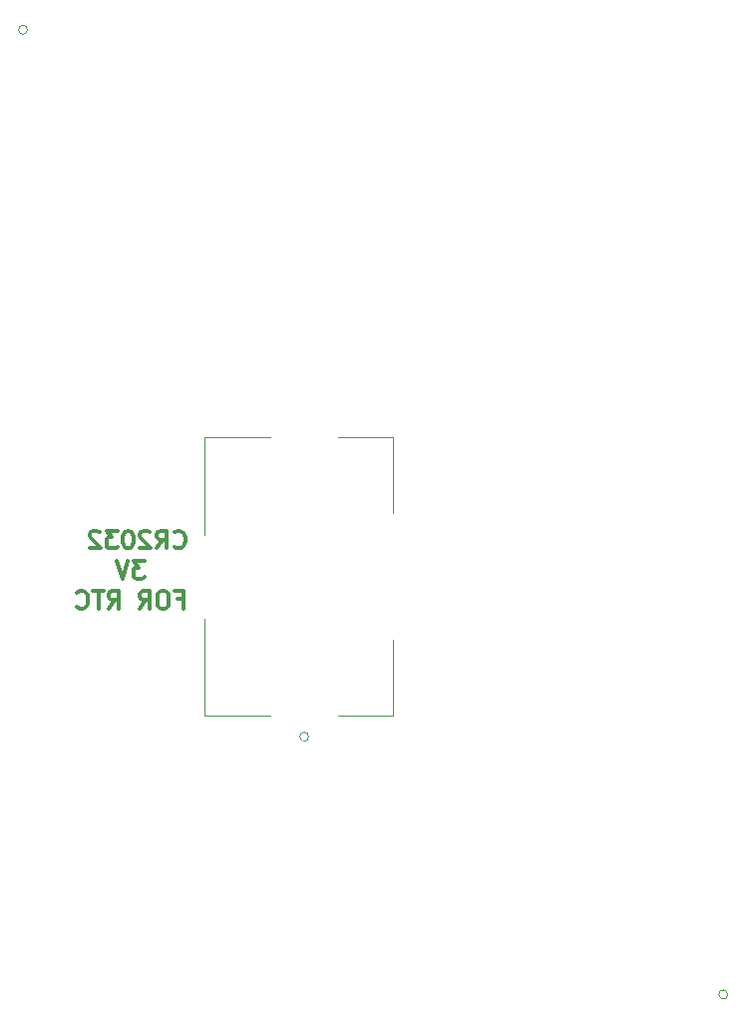
<source format=gbo>
%TF.GenerationSoftware,KiCad,Pcbnew,(5.1.8)-1*%
%TF.CreationDate,2022-01-07T12:39:40-05:00*%
%TF.ProjectId,OCE_L,4f43455f-4c2e-46b6-9963-61645f706362,rev?*%
%TF.SameCoordinates,Original*%
%TF.FileFunction,Legend,Bot*%
%TF.FilePolarity,Positive*%
%FSLAX46Y46*%
G04 Gerber Fmt 4.6, Leading zero omitted, Abs format (unit mm)*
G04 Created by KiCad (PCBNEW (5.1.8)-1) date 2022-01-07 12:39:40*
%MOMM*%
%LPD*%
G01*
G04 APERTURE LIST*
%ADD10C,0.300000*%
%ADD11C,0.120000*%
%ADD12C,0.150000*%
%ADD13O,2.000000X5.000000*%
%ADD14C,1.308000*%
%ADD15C,1.208000*%
%ADD16O,1.700000X1.700000*%
%ADD17R,1.700000X1.700000*%
%ADD18C,1.524000*%
%ADD19C,1.397000*%
%ADD20C,1.549400*%
%ADD21C,3.759200*%
%ADD22C,2.108200*%
%ADD23O,1.600000X1.600000*%
%ADD24R,1.600000X1.600000*%
%ADD25C,1.219200*%
%ADD26C,17.780001*%
%ADD27R,5.080000X2.794000*%
%ADD28C,1.803400*%
G04 APERTURE END LIST*
D10*
X71024285Y-96410714D02*
X71095714Y-96482142D01*
X71310000Y-96553571D01*
X71452857Y-96553571D01*
X71667142Y-96482142D01*
X71810000Y-96339285D01*
X71881428Y-96196428D01*
X71952857Y-95910714D01*
X71952857Y-95696428D01*
X71881428Y-95410714D01*
X71810000Y-95267857D01*
X71667142Y-95125000D01*
X71452857Y-95053571D01*
X71310000Y-95053571D01*
X71095714Y-95125000D01*
X71024285Y-95196428D01*
X69524285Y-96553571D02*
X70024285Y-95839285D01*
X70381428Y-96553571D02*
X70381428Y-95053571D01*
X69810000Y-95053571D01*
X69667142Y-95125000D01*
X69595714Y-95196428D01*
X69524285Y-95339285D01*
X69524285Y-95553571D01*
X69595714Y-95696428D01*
X69667142Y-95767857D01*
X69810000Y-95839285D01*
X70381428Y-95839285D01*
X68952857Y-95196428D02*
X68881428Y-95125000D01*
X68738571Y-95053571D01*
X68381428Y-95053571D01*
X68238571Y-95125000D01*
X68167142Y-95196428D01*
X68095714Y-95339285D01*
X68095714Y-95482142D01*
X68167142Y-95696428D01*
X69024285Y-96553571D01*
X68095714Y-96553571D01*
X67167142Y-95053571D02*
X67024285Y-95053571D01*
X66881428Y-95125000D01*
X66810000Y-95196428D01*
X66738571Y-95339285D01*
X66667142Y-95625000D01*
X66667142Y-95982142D01*
X66738571Y-96267857D01*
X66810000Y-96410714D01*
X66881428Y-96482142D01*
X67024285Y-96553571D01*
X67167142Y-96553571D01*
X67310000Y-96482142D01*
X67381428Y-96410714D01*
X67452857Y-96267857D01*
X67524285Y-95982142D01*
X67524285Y-95625000D01*
X67452857Y-95339285D01*
X67381428Y-95196428D01*
X67310000Y-95125000D01*
X67167142Y-95053571D01*
X66167142Y-95053571D02*
X65238571Y-95053571D01*
X65738571Y-95625000D01*
X65524285Y-95625000D01*
X65381428Y-95696428D01*
X65310000Y-95767857D01*
X65238571Y-95910714D01*
X65238571Y-96267857D01*
X65310000Y-96410714D01*
X65381428Y-96482142D01*
X65524285Y-96553571D01*
X65952857Y-96553571D01*
X66095714Y-96482142D01*
X66167142Y-96410714D01*
X64667142Y-95196428D02*
X64595714Y-95125000D01*
X64452857Y-95053571D01*
X64095714Y-95053571D01*
X63952857Y-95125000D01*
X63881428Y-95196428D01*
X63810000Y-95339285D01*
X63810000Y-95482142D01*
X63881428Y-95696428D01*
X64738571Y-96553571D01*
X63810000Y-96553571D01*
X68452857Y-97603571D02*
X67524285Y-97603571D01*
X68024285Y-98175000D01*
X67810000Y-98175000D01*
X67667142Y-98246428D01*
X67595714Y-98317857D01*
X67524285Y-98460714D01*
X67524285Y-98817857D01*
X67595714Y-98960714D01*
X67667142Y-99032142D01*
X67810000Y-99103571D01*
X68238571Y-99103571D01*
X68381428Y-99032142D01*
X68452857Y-98960714D01*
X67095714Y-97603571D02*
X66595714Y-99103571D01*
X66095714Y-97603571D01*
X71274285Y-100867857D02*
X71774285Y-100867857D01*
X71774285Y-101653571D02*
X71774285Y-100153571D01*
X71060000Y-100153571D01*
X70202857Y-100153571D02*
X69917142Y-100153571D01*
X69774285Y-100225000D01*
X69631428Y-100367857D01*
X69560000Y-100653571D01*
X69560000Y-101153571D01*
X69631428Y-101439285D01*
X69774285Y-101582142D01*
X69917142Y-101653571D01*
X70202857Y-101653571D01*
X70345714Y-101582142D01*
X70488571Y-101439285D01*
X70560000Y-101153571D01*
X70560000Y-100653571D01*
X70488571Y-100367857D01*
X70345714Y-100225000D01*
X70202857Y-100153571D01*
X68060000Y-101653571D02*
X68560000Y-100939285D01*
X68917142Y-101653571D02*
X68917142Y-100153571D01*
X68345714Y-100153571D01*
X68202857Y-100225000D01*
X68131428Y-100296428D01*
X68060000Y-100439285D01*
X68060000Y-100653571D01*
X68131428Y-100796428D01*
X68202857Y-100867857D01*
X68345714Y-100939285D01*
X68917142Y-100939285D01*
X65417142Y-101653571D02*
X65917142Y-100939285D01*
X66274285Y-101653571D02*
X66274285Y-100153571D01*
X65702857Y-100153571D01*
X65560000Y-100225000D01*
X65488571Y-100296428D01*
X65417142Y-100439285D01*
X65417142Y-100653571D01*
X65488571Y-100796428D01*
X65560000Y-100867857D01*
X65702857Y-100939285D01*
X66274285Y-100939285D01*
X64988571Y-100153571D02*
X64131428Y-100153571D01*
X64560000Y-101653571D02*
X64560000Y-100153571D01*
X62774285Y-101510714D02*
X62845714Y-101582142D01*
X63060000Y-101653571D01*
X63202857Y-101653571D01*
X63417142Y-101582142D01*
X63560000Y-101439285D01*
X63631428Y-101296428D01*
X63702857Y-101010714D01*
X63702857Y-100796428D01*
X63631428Y-100510714D01*
X63560000Y-100367857D01*
X63417142Y-100225000D01*
X63202857Y-100153571D01*
X63060000Y-100153571D01*
X62845714Y-100225000D01*
X62774285Y-100296428D01*
D11*
%TO.C,J9*%
X58547000Y-52558010D02*
G75*
G03*
X58547000Y-52558010I-381000J0D01*
G01*
%TO.C,B1*%
X82424001Y-112522000D02*
G75*
G03*
X82424001Y-112522000I-381000J0D01*
G01*
X89535000Y-104311557D02*
X89535000Y-110744000D01*
X73533000Y-95377888D02*
X73533000Y-87122000D01*
X84915741Y-87122000D02*
X89535000Y-87122000D01*
X79170261Y-110744000D02*
X73533000Y-110744000D01*
X89535000Y-110744000D02*
X84915741Y-110744000D01*
X89535000Y-87122000D02*
X89535000Y-93554443D01*
X73533000Y-87122000D02*
X79170261Y-87122000D01*
X73533000Y-110744000D02*
X73533000Y-102488112D01*
%TO.C,J1*%
X117997600Y-134391400D02*
G75*
G03*
X117997600Y-134391400I-381000J0D01*
G01*
%TO.C,B1*%
D12*
X81971572Y-98528238D02*
X82019191Y-98671095D01*
X82066810Y-98718714D01*
X82162048Y-98766333D01*
X82304905Y-98766333D01*
X82400143Y-98718714D01*
X82447762Y-98671095D01*
X82495381Y-98575857D01*
X82495381Y-98194904D01*
X81495381Y-98194904D01*
X81495381Y-98528238D01*
X81543001Y-98623476D01*
X81590620Y-98671095D01*
X81685858Y-98718714D01*
X81781096Y-98718714D01*
X81876334Y-98671095D01*
X81923953Y-98623476D01*
X81971572Y-98528238D01*
X81971572Y-98194904D01*
X82495381Y-99718714D02*
X82495381Y-99147285D01*
X82495381Y-99433000D02*
X81495381Y-99433000D01*
X81638239Y-99337761D01*
X81733477Y-99242523D01*
X81781096Y-99147285D01*
X80986380Y-98933000D02*
X81224476Y-98933000D01*
X81129238Y-98694904D02*
X81224476Y-98933000D01*
X81129238Y-99171095D01*
X81414952Y-98790142D02*
X81224476Y-98933000D01*
X81414952Y-99075857D01*
%TD*%
%LPC*%
D13*
%TO.C,J2*%
X137698200Y-134416800D03*
X143898200Y-134416800D03*
G36*
G01*
X142398200Y-130716800D02*
X139398200Y-130716800D01*
G75*
G02*
X138398200Y-129716800I0J1000000D01*
G01*
X138398200Y-129716800D01*
G75*
G02*
X139398200Y-128716800I1000000J0D01*
G01*
X142398200Y-128716800D01*
G75*
G02*
X143398200Y-129716800I0J-1000000D01*
G01*
X143398200Y-129716800D01*
G75*
G02*
X142398200Y-130716800I-1000000J0D01*
G01*
G37*
%TD*%
D14*
%TO.C,IC1*%
X89535000Y-63373000D03*
X92075000Y-63373000D03*
X94615000Y-63373000D03*
X97155000Y-63373000D03*
X99695000Y-63373000D03*
X102235000Y-63373000D03*
X104775000Y-63373000D03*
X107315000Y-63373000D03*
X109855000Y-63373000D03*
X109855000Y-78613000D03*
X107315000Y-78613000D03*
X104775000Y-78613000D03*
X102235000Y-78613000D03*
X99695000Y-78613000D03*
X97155000Y-78613000D03*
X94615000Y-78613000D03*
X92075000Y-78613000D03*
X89535000Y-78613000D03*
X51435000Y-63373000D03*
X53975000Y-63373000D03*
X56515000Y-63373000D03*
X59055000Y-63373000D03*
X61595000Y-63373000D03*
X64135000Y-63373000D03*
X66675000Y-63373000D03*
X69215000Y-63373000D03*
X71755000Y-63373000D03*
X74295000Y-63373000D03*
X76835000Y-63373000D03*
X79375000Y-63373000D03*
X81915000Y-63373000D03*
X84455000Y-63373000D03*
X86995000Y-78613000D03*
X84455000Y-78613000D03*
X81915000Y-78613000D03*
X79375000Y-78613000D03*
X76835000Y-78613000D03*
X74295000Y-78613000D03*
X71755000Y-78613000D03*
X69215000Y-78613000D03*
X66675000Y-78613000D03*
X64135000Y-78613000D03*
X61595000Y-78613000D03*
X59055000Y-78613000D03*
X56515000Y-78613000D03*
D15*
X64405000Y-69823000D03*
X64405000Y-67823000D03*
X66405000Y-69823000D03*
X66405000Y-67823000D03*
X64405000Y-65823000D03*
X66405000Y-65823000D03*
D14*
X86995000Y-63373000D03*
X97155000Y-76073000D03*
X53975000Y-78613000D03*
X51435000Y-78613000D03*
%TD*%
D16*
%TO.C,J6*%
X134874000Y-40767000D03*
X132334000Y-40767000D03*
D17*
X129794000Y-40767000D03*
%TD*%
D16*
%TO.C,J4*%
X62611000Y-40767000D03*
X62611000Y-43307000D03*
X65151000Y-40767000D03*
X65151000Y-43307000D03*
X67691000Y-40767000D03*
X67691000Y-43307000D03*
X70231000Y-40767000D03*
X70231000Y-43307000D03*
X72771000Y-40767000D03*
X72771000Y-43307000D03*
X75311000Y-40767000D03*
X75311000Y-43307000D03*
X77851000Y-40767000D03*
X77851000Y-43307000D03*
X80391000Y-40767000D03*
X80391000Y-43307000D03*
X82931000Y-40767000D03*
X82931000Y-43307000D03*
X85471000Y-40767000D03*
X85471000Y-43307000D03*
X88011000Y-40767000D03*
X88011000Y-43307000D03*
X90551000Y-40767000D03*
D17*
X90551000Y-43307000D03*
%TD*%
D16*
%TO.C,J3*%
X124714000Y-40767000D03*
X122174000Y-40767000D03*
X119634000Y-40767000D03*
X117094000Y-40767000D03*
X124714000Y-43307000D03*
X122174000Y-43307000D03*
X119634000Y-43307000D03*
D17*
X117094000Y-43307000D03*
%TD*%
D18*
%TO.C,K2*%
X64932000Y-136968000D03*
X42932000Y-136968000D03*
X67732000Y-124968000D03*
X40132000Y-124968000D03*
%TD*%
D19*
%TO.C,J9*%
X51308000Y-58908010D03*
X48768000Y-58908010D03*
X46228000Y-58908010D03*
X43688000Y-58908010D03*
X52578000Y-56368010D03*
X50038000Y-56368010D03*
X47498000Y-56368010D03*
X44958000Y-56368010D03*
D20*
X54458000Y-44918010D03*
X51918000Y-46638010D03*
X44348000Y-44938010D03*
X41808000Y-46638010D03*
D21*
X53848000Y-49998010D03*
X42418000Y-49998010D03*
D22*
X56007998Y-53048010D03*
X40258002Y-53048010D03*
%TD*%
D23*
%TO.C,U3*%
X132715000Y-72390000D03*
X117475000Y-62230000D03*
X130175000Y-72390000D03*
X120015000Y-62230000D03*
X127635000Y-72390000D03*
X122555000Y-62230000D03*
X125095000Y-72390000D03*
X125095000Y-62230000D03*
X122555000Y-72390000D03*
X127635000Y-62230000D03*
X120015000Y-72390000D03*
X130175000Y-62230000D03*
X117475000Y-72390000D03*
D24*
X132715000Y-62230000D03*
%TD*%
D18*
%TO.C,K1*%
X98460000Y-136968000D03*
X76460000Y-136968000D03*
X101260000Y-124968000D03*
X73660000Y-124968000D03*
%TD*%
D25*
%TO.C,RV1*%
X127635000Y-60299600D03*
X130175000Y-57759600D03*
X132715000Y-60299600D03*
%TD*%
%TO.C,RV2*%
X121920000Y-57150000D03*
X119380000Y-59690000D03*
X116840000Y-57150000D03*
%TD*%
D16*
%TO.C,J5*%
X40259000Y-105664000D03*
X42799000Y-105664000D03*
X40259000Y-103124000D03*
X42799000Y-103124000D03*
X40259000Y-100584000D03*
X42799000Y-100584000D03*
X40259000Y-98044000D03*
X42799000Y-98044000D03*
X40259000Y-95504000D03*
X42799000Y-95504000D03*
X40259000Y-92964000D03*
X42799000Y-92964000D03*
X40259000Y-90424000D03*
X42799000Y-90424000D03*
X40259000Y-87884000D03*
X42799000Y-87884000D03*
X40259000Y-85344000D03*
X42799000Y-85344000D03*
X40259000Y-82804000D03*
D17*
X42799000Y-82804000D03*
%TD*%
D16*
%TO.C,J10*%
X40259000Y-114300000D03*
X42799000Y-114300000D03*
X40259000Y-111760000D03*
X42799000Y-111760000D03*
X40259000Y-109220000D03*
D17*
X42799000Y-109220000D03*
%TD*%
D16*
%TO.C,J11*%
X147675600Y-40894000D03*
D17*
X145135600Y-40894000D03*
%TD*%
D26*
%TO.C,B1*%
X82043001Y-98933000D03*
D27*
X82043001Y-87948000D03*
X82043001Y-109918000D03*
%TD*%
D28*
%TO.C,J1*%
X127025400Y-134391400D03*
X122025400Y-134391400D03*
%TD*%
D17*
%TO.C,J7*%
X144208500Y-66929000D03*
D16*
X144208500Y-64389000D03*
X144208500Y-61849000D03*
%TD*%
M02*

</source>
